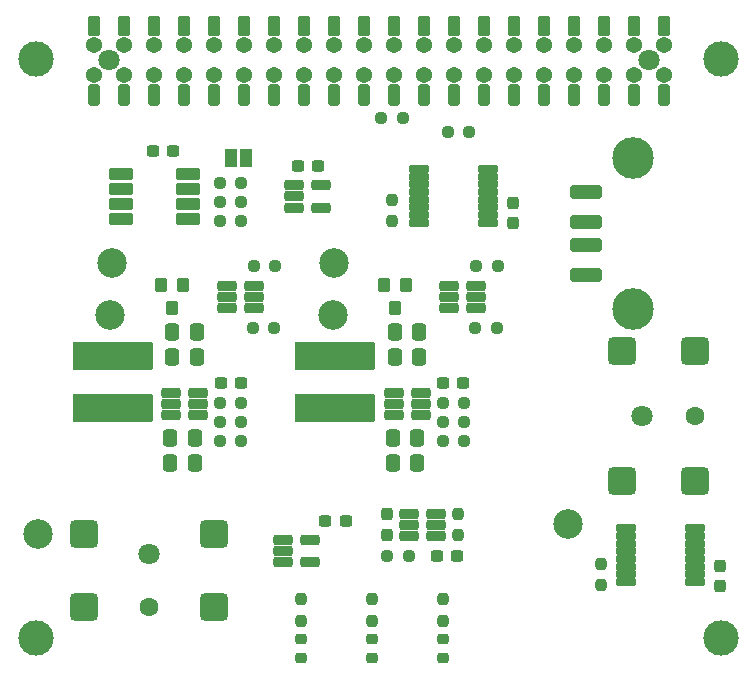
<source format=gts>
G04 #@! TF.GenerationSoftware,KiCad,Pcbnew,8.0.9-8.0.9-0~ubuntu24.04.1*
G04 #@! TF.CreationDate,2025-06-09T20:21:33+02:00*
G04 #@! TF.ProjectId,rpi_power_warden_hat,7270695f-706f-4776-9572-5f7761726465,rev?*
G04 #@! TF.SameCoordinates,Original*
G04 #@! TF.FileFunction,Soldermask,Top*
G04 #@! TF.FilePolarity,Negative*
%FSLAX46Y46*%
G04 Gerber Fmt 4.6, Leading zero omitted, Abs format (unit mm)*
G04 Created by KiCad (PCBNEW 8.0.9-8.0.9-0~ubuntu24.04.1) date 2025-06-09 20:21:33*
%MOMM*%
%LPD*%
G01*
G04 APERTURE LIST*
G04 Aperture macros list*
%AMRoundRect*
0 Rectangle with rounded corners*
0 $1 Rounding radius*
0 $2 $3 $4 $5 $6 $7 $8 $9 X,Y pos of 4 corners*
0 Add a 4 corners polygon primitive as box body*
4,1,4,$2,$3,$4,$5,$6,$7,$8,$9,$2,$3,0*
0 Add four circle primitives for the rounded corners*
1,1,$1+$1,$2,$3*
1,1,$1+$1,$4,$5*
1,1,$1+$1,$6,$7*
1,1,$1+$1,$8,$9*
0 Add four rect primitives between the rounded corners*
20,1,$1+$1,$2,$3,$4,$5,0*
20,1,$1+$1,$4,$5,$6,$7,0*
20,1,$1+$1,$6,$7,$8,$9,0*
20,1,$1+$1,$8,$9,$2,$3,0*%
G04 Aperture macros list end*
%ADD10RoundRect,0.237500X0.250000X0.237500X-0.250000X0.237500X-0.250000X-0.237500X0.250000X-0.237500X0*%
%ADD11RoundRect,0.237500X-0.250000X-0.237500X0.250000X-0.237500X0.250000X0.237500X-0.250000X0.237500X0*%
%ADD12C,2.500000*%
%ADD13RoundRect,0.250000X-0.337500X-0.475000X0.337500X-0.475000X0.337500X0.475000X-0.337500X0.475000X0*%
%ADD14RoundRect,0.237500X-0.237500X0.250000X-0.237500X-0.250000X0.237500X-0.250000X0.237500X0.250000X0*%
%ADD15RoundRect,0.218750X0.256250X-0.218750X0.256250X0.218750X-0.256250X0.218750X-0.256250X-0.218750X0*%
%ADD16RoundRect,0.237500X0.237500X-0.250000X0.237500X0.250000X-0.237500X0.250000X-0.237500X-0.250000X0*%
%ADD17RoundRect,0.214912X3.185088X-1.010088X3.185088X1.010088X-3.185088X1.010088X-3.185088X-1.010088X0*%
%ADD18RoundRect,0.275000X-0.275000X0.325000X-0.275000X-0.325000X0.275000X-0.325000X0.275000X0.325000X0*%
%ADD19C,1.800000*%
%ADD20C,1.600000*%
%ADD21RoundRect,0.287500X0.862500X-0.862500X0.862500X0.862500X-0.862500X0.862500X-0.862500X-0.862500X0*%
%ADD22RoundRect,0.225000X-0.587500X-0.225000X0.587500X-0.225000X0.587500X0.225000X-0.587500X0.225000X0*%
%ADD23RoundRect,0.301000X1.051000X-0.301000X1.051000X0.301000X-1.051000X0.301000X-1.051000X-0.301000X0*%
%ADD24C,3.520000*%
%ADD25RoundRect,0.237500X-0.300000X-0.237500X0.300000X-0.237500X0.300000X0.237500X-0.300000X0.237500X0*%
%ADD26R,1.000000X1.500000*%
%ADD27C,3.000000*%
%ADD28C,1.370000*%
%ADD29RoundRect,0.150000X0.360000X0.740000X-0.360000X0.740000X-0.360000X-0.740000X0.360000X-0.740000X0*%
%ADD30RoundRect,0.150000X0.360000X0.705000X-0.360000X0.705000X-0.360000X-0.705000X0.360000X-0.705000X0*%
%ADD31RoundRect,0.237500X0.237500X-0.300000X0.237500X0.300000X-0.237500X0.300000X-0.237500X-0.300000X0*%
%ADD32RoundRect,0.225000X0.587500X0.225000X-0.587500X0.225000X-0.587500X-0.225000X0.587500X-0.225000X0*%
%ADD33RoundRect,0.237500X0.300000X0.237500X-0.300000X0.237500X-0.300000X-0.237500X0.300000X-0.237500X0*%
%ADD34RoundRect,0.118750X-0.906250X-0.356250X0.906250X-0.356250X0.906250X0.356250X-0.906250X0.356250X0*%
%ADD35RoundRect,0.237500X-0.237500X0.300000X-0.237500X-0.300000X0.237500X-0.300000X0.237500X0.300000X0*%
%ADD36RoundRect,0.287500X-0.862500X-0.862500X0.862500X-0.862500X0.862500X0.862500X-0.862500X0.862500X0*%
%ADD37RoundRect,0.177500X-0.702500X-0.177500X0.702500X-0.177500X0.702500X0.177500X-0.702500X0.177500X0*%
G04 APERTURE END LIST*
D10*
X166660780Y-104534121D03*
X164835780Y-104534121D03*
D11*
X159661779Y-78838321D03*
X161486779Y-78838321D03*
D12*
X130619079Y-114059121D03*
D13*
X160611059Y-105889200D03*
X162686059Y-105889200D03*
D14*
X152889279Y-119584021D03*
X152889279Y-121409021D03*
D10*
X147804679Y-87572094D03*
X145979679Y-87572094D03*
D15*
X152863879Y-124509821D03*
X152863879Y-122934821D03*
D16*
X178252079Y-118399621D03*
X178252079Y-116574621D03*
D13*
X160611059Y-108048200D03*
X162686059Y-108048200D03*
D11*
X164835780Y-106159721D03*
X166660780Y-106159721D03*
D10*
X150664579Y-91332921D03*
X148839579Y-91332921D03*
D17*
X136901479Y-103339921D03*
X136901479Y-98989921D03*
D18*
X142901479Y-92922521D03*
X141001479Y-92922521D03*
X141951479Y-94922521D03*
D12*
X155538480Y-95460721D03*
D10*
X169436580Y-96589121D03*
X167611580Y-96589121D03*
D19*
X181745079Y-104014321D03*
D20*
X186245079Y-104014321D03*
D21*
X186245079Y-109514321D03*
X180045079Y-109514321D03*
X186245079Y-98514321D03*
X180045079Y-98514321D03*
D22*
X160716759Y-102072400D03*
X160716759Y-103022400D03*
X160716759Y-103972400D03*
X162986759Y-103972400D03*
X162986759Y-103022400D03*
X162986759Y-102072400D03*
D11*
X160133879Y-115922721D03*
X161958879Y-115922721D03*
D10*
X169511180Y-91332921D03*
X167686180Y-91332921D03*
D13*
X141955379Y-99060521D03*
X144030379Y-99060521D03*
D23*
X176986479Y-92082921D03*
X176986479Y-89582921D03*
X176986479Y-87582921D03*
X176986479Y-85082921D03*
D24*
X180936479Y-94982921D03*
X180936479Y-82182921D03*
D16*
X160574279Y-87550821D03*
X160574279Y-85725821D03*
D22*
X141870158Y-102072400D03*
X141870158Y-103022400D03*
X141870158Y-103972400D03*
X144140158Y-103972400D03*
X144140158Y-103022400D03*
X144140158Y-102072400D03*
X161994400Y-112331121D03*
X161994400Y-113281121D03*
X161994400Y-114231121D03*
X164264400Y-114231121D03*
X164264400Y-113281121D03*
X164264400Y-112331121D03*
D25*
X164885780Y-101282921D03*
X166610780Y-101282921D03*
X146039179Y-101282921D03*
X147764179Y-101282921D03*
D10*
X166660780Y-102908521D03*
X164835780Y-102908521D03*
D25*
X164346900Y-115922721D03*
X166071900Y-115922721D03*
D13*
X141955379Y-96900921D03*
X144030379Y-96900921D03*
D12*
X155690880Y-91066521D03*
X175424679Y-113160721D03*
D15*
X164863879Y-124509821D03*
X164863879Y-122934821D03*
D17*
X155711759Y-103339921D03*
X155711759Y-98989921D03*
D10*
X167086779Y-80038321D03*
X165261779Y-80038321D03*
D26*
X148224279Y-82238321D03*
X146924279Y-82238321D03*
D16*
X166129400Y-114143621D03*
X166129400Y-112318621D03*
D12*
X136844279Y-91066521D03*
D15*
X158863879Y-124509821D03*
X158863879Y-122934821D03*
D27*
X130395599Y-73817001D03*
X130395599Y-122817001D03*
D19*
X136565599Y-73925001D03*
X182285599Y-73925001D03*
D27*
X188395599Y-73817001D03*
X188395599Y-122817001D03*
D28*
X135295599Y-75195001D03*
D29*
X135295599Y-76835001D03*
D30*
X135295599Y-71015001D03*
D28*
X135295599Y-72655001D03*
X137835599Y-75195001D03*
D29*
X137835599Y-76835001D03*
D30*
X137835599Y-71015001D03*
D28*
X137835599Y-72655001D03*
X140375599Y-75195001D03*
D29*
X140375599Y-76835001D03*
D30*
X140375599Y-71015001D03*
D28*
X140375599Y-72655001D03*
X142915599Y-75195001D03*
D29*
X142915599Y-76835001D03*
D30*
X142915599Y-71015001D03*
D28*
X142915599Y-72655001D03*
X145455599Y-75195001D03*
D29*
X145455599Y-76835001D03*
D30*
X145455599Y-71015001D03*
D28*
X145455599Y-72655001D03*
X147995599Y-75195001D03*
D29*
X147995599Y-76835001D03*
D30*
X147995599Y-71015001D03*
D28*
X147995599Y-72655001D03*
X150535599Y-75195001D03*
D29*
X150535599Y-76835001D03*
D30*
X150535599Y-71015001D03*
D28*
X150535599Y-72655001D03*
X153075599Y-75195001D03*
D29*
X153075599Y-76835001D03*
D30*
X153075599Y-71015001D03*
D28*
X153075599Y-72655001D03*
X155615599Y-75195001D03*
D29*
X155615599Y-76835001D03*
D30*
X155615599Y-71015001D03*
D28*
X155615599Y-72655001D03*
X158155599Y-75195001D03*
D29*
X158155599Y-76835001D03*
D30*
X158155599Y-71015001D03*
D28*
X158155599Y-72655001D03*
X160695599Y-75195001D03*
D29*
X160695599Y-76835001D03*
D30*
X160695599Y-71015001D03*
D28*
X160695599Y-72655001D03*
X163235599Y-75195001D03*
D29*
X163235599Y-76835001D03*
D30*
X163235599Y-71015001D03*
D28*
X163235599Y-72655001D03*
X165775599Y-75195001D03*
D29*
X165775599Y-76835001D03*
D30*
X165775599Y-71015001D03*
D28*
X165775599Y-72655001D03*
X168315599Y-75195001D03*
D29*
X168315599Y-76835001D03*
D30*
X168315599Y-71015001D03*
D28*
X168315599Y-72655001D03*
X170855599Y-75195001D03*
D29*
X170855599Y-76835001D03*
D30*
X170855599Y-71015001D03*
D28*
X170855599Y-72655001D03*
X173395599Y-75195001D03*
D29*
X173395599Y-76835001D03*
D30*
X173395599Y-71015001D03*
D28*
X173395599Y-72655001D03*
X175935599Y-75195001D03*
D29*
X175935599Y-76835001D03*
D30*
X175935599Y-71015001D03*
D28*
X175935599Y-72655001D03*
X178475599Y-75195001D03*
D29*
X178475599Y-76835001D03*
D30*
X178475599Y-71015001D03*
D28*
X178475599Y-72655001D03*
X181015599Y-75195001D03*
D29*
X181015599Y-76835001D03*
D30*
X181015599Y-71015001D03*
D28*
X181015599Y-72655001D03*
X183555599Y-75195001D03*
D29*
X183555599Y-76835001D03*
D30*
X183555599Y-71015001D03*
D28*
X183555599Y-72655001D03*
D31*
X170791080Y-87712221D03*
X170791080Y-85987221D03*
D32*
X148836279Y-94923321D03*
X148836279Y-93973321D03*
X148836279Y-93023321D03*
X146566279Y-93023321D03*
X146566279Y-93973321D03*
X146566279Y-94923321D03*
D14*
X164889279Y-119584021D03*
X164889279Y-121409021D03*
D11*
X145989179Y-106159721D03*
X147814179Y-106159721D03*
D14*
X158889279Y-119584021D03*
X158889279Y-121409021D03*
D13*
X160801980Y-99060521D03*
X162876980Y-99060521D03*
X160801980Y-96900921D03*
X162876980Y-96900921D03*
D33*
X156636779Y-112938321D03*
X154911779Y-112938321D03*
D10*
X147814179Y-104534121D03*
X145989179Y-104534121D03*
D33*
X142036779Y-81638321D03*
X140311779Y-81638321D03*
D34*
X137648079Y-83556494D03*
X137648079Y-84826494D03*
X137648079Y-86096494D03*
X137648079Y-87366494D03*
X143248079Y-87366494D03*
X143248079Y-86096494D03*
X143248079Y-84826494D03*
X143248079Y-83556494D03*
D10*
X147804679Y-85946094D03*
X145979679Y-85946094D03*
D35*
X160133879Y-112368621D03*
X160133879Y-114093621D03*
D10*
X147814179Y-102908521D03*
X145989179Y-102908521D03*
X150589979Y-96589121D03*
X148764979Y-96589121D03*
D19*
X140000000Y-115750000D03*
D20*
X140000000Y-120250000D03*
D36*
X134500000Y-120250000D03*
X134500000Y-114050000D03*
X145500000Y-120250000D03*
X145500000Y-114050000D03*
D22*
X152262979Y-84508721D03*
X152262979Y-85458721D03*
X152262979Y-86408721D03*
X154537979Y-86408721D03*
X154537979Y-84508721D03*
D31*
X188303879Y-118449621D03*
X188303879Y-116724621D03*
D13*
X141764458Y-105889200D03*
X143839458Y-105889200D03*
D25*
X152608958Y-82924194D03*
X154333958Y-82924194D03*
D37*
X180373279Y-113562121D03*
X180373279Y-114212121D03*
X180373279Y-114862121D03*
X180373279Y-115512121D03*
X180373279Y-116162121D03*
X180373279Y-116812121D03*
X180373279Y-117462121D03*
X180373279Y-118112121D03*
X186173279Y-118112121D03*
X186173279Y-117462121D03*
X186173279Y-116812121D03*
X186173279Y-116162121D03*
X186173279Y-115512121D03*
X186173279Y-114862121D03*
X186173279Y-114212121D03*
X186173279Y-113562121D03*
D32*
X167682880Y-94923321D03*
X167682880Y-93973321D03*
X167682880Y-93023321D03*
X165412880Y-93023321D03*
X165412880Y-93973321D03*
X165412880Y-94923321D03*
D22*
X151333406Y-114538275D03*
X151333406Y-115488275D03*
X151333406Y-116438275D03*
X153608406Y-116438275D03*
X153608406Y-114538275D03*
D13*
X141764458Y-108048200D03*
X143839458Y-108048200D03*
D12*
X136691879Y-95460721D03*
D37*
X162860480Y-83124721D03*
X162860480Y-83774721D03*
X162860480Y-84424721D03*
X162860480Y-85074721D03*
X162860480Y-85724721D03*
X162860480Y-86374721D03*
X162860480Y-87024721D03*
X162860480Y-87674721D03*
X168660480Y-87674721D03*
X168660480Y-87024721D03*
X168660480Y-86374721D03*
X168660480Y-85724721D03*
X168660480Y-85074721D03*
X168660480Y-84424721D03*
X168660480Y-83774721D03*
X168660480Y-83124721D03*
D10*
X147804679Y-84320094D03*
X145979679Y-84320094D03*
D18*
X161748080Y-92922521D03*
X159848080Y-92922521D03*
X160798080Y-94922521D03*
M02*

</source>
